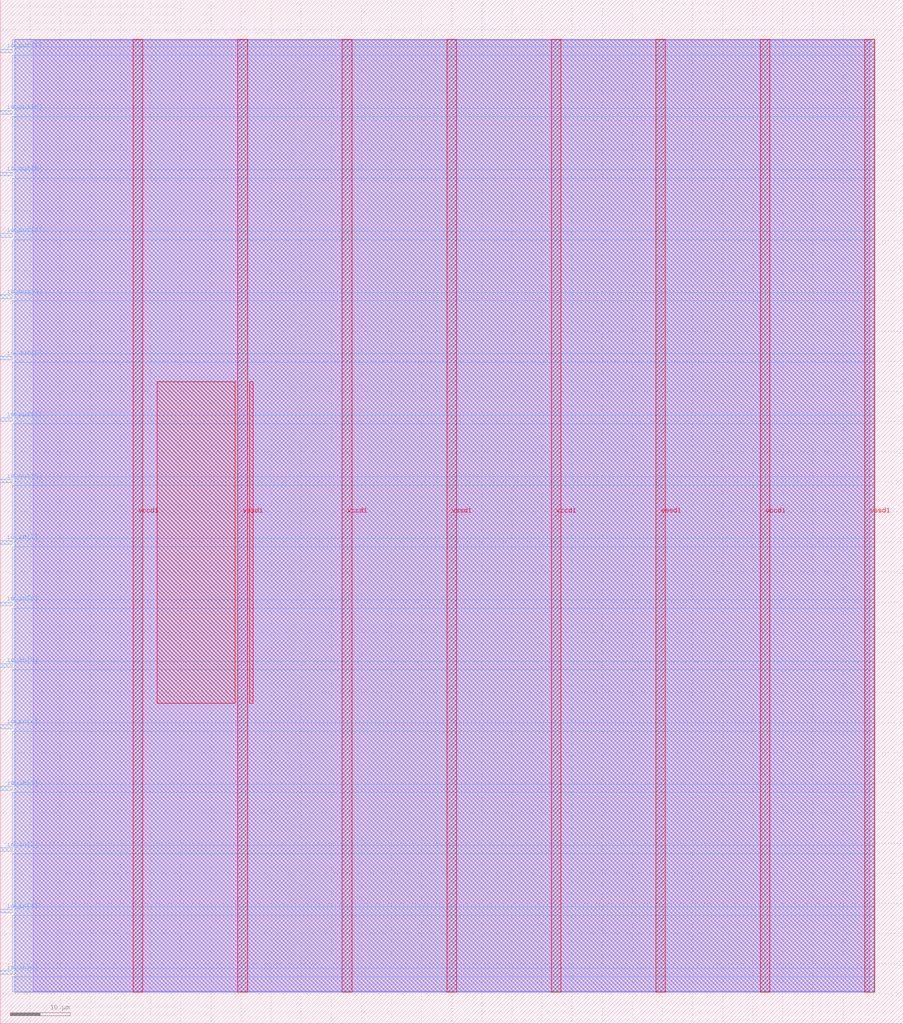
<source format=lef>
VERSION 5.7 ;
  NOWIREEXTENSIONATPIN ON ;
  DIVIDERCHAR "/" ;
  BUSBITCHARS "[]" ;
MACRO udxs_sqrt_top
  CLASS BLOCK ;
  FOREIGN udxs_sqrt_top ;
  ORIGIN 0.000 0.000 ;
  SIZE 150.000 BY 170.000 ;
  PIN io_in[0]
    DIRECTION INPUT ;
    USE SIGNAL ;
    PORT
      LAYER met3 ;
        RECT 0.000 8.200 2.000 8.800 ;
    END
  END io_in[0]
  PIN io_in[1]
    DIRECTION INPUT ;
    USE SIGNAL ;
    PORT
      LAYER met3 ;
        RECT 0.000 18.400 2.000 19.000 ;
    END
  END io_in[1]
  PIN io_in[2]
    DIRECTION INPUT ;
    USE SIGNAL ;
    PORT
      LAYER met3 ;
        RECT 0.000 28.600 2.000 29.200 ;
    END
  END io_in[2]
  PIN io_in[3]
    DIRECTION INPUT ;
    USE SIGNAL ;
    PORT
      LAYER met3 ;
        RECT 0.000 38.800 2.000 39.400 ;
    END
  END io_in[3]
  PIN io_in[4]
    DIRECTION INPUT ;
    USE SIGNAL ;
    PORT
      LAYER met3 ;
        RECT 0.000 49.000 2.000 49.600 ;
    END
  END io_in[4]
  PIN io_in[5]
    DIRECTION INPUT ;
    USE SIGNAL ;
    PORT
      LAYER met3 ;
        RECT 0.000 59.200 2.000 59.800 ;
    END
  END io_in[5]
  PIN io_in[6]
    DIRECTION INPUT ;
    USE SIGNAL ;
    PORT
      LAYER met3 ;
        RECT 0.000 69.400 2.000 70.000 ;
    END
  END io_in[6]
  PIN io_in[7]
    DIRECTION INPUT ;
    USE SIGNAL ;
    PORT
      LAYER met3 ;
        RECT 0.000 79.600 2.000 80.200 ;
    END
  END io_in[7]
  PIN io_out[0]
    DIRECTION OUTPUT TRISTATE ;
    USE SIGNAL ;
    PORT
      LAYER met3 ;
        RECT 0.000 89.800 2.000 90.400 ;
    END
  END io_out[0]
  PIN io_out[1]
    DIRECTION OUTPUT TRISTATE ;
    USE SIGNAL ;
    PORT
      LAYER met3 ;
        RECT 0.000 100.000 2.000 100.600 ;
    END
  END io_out[1]
  PIN io_out[2]
    DIRECTION OUTPUT TRISTATE ;
    USE SIGNAL ;
    PORT
      LAYER met3 ;
        RECT 0.000 110.200 2.000 110.800 ;
    END
  END io_out[2]
  PIN io_out[3]
    DIRECTION OUTPUT TRISTATE ;
    USE SIGNAL ;
    PORT
      LAYER met3 ;
        RECT 0.000 120.400 2.000 121.000 ;
    END
  END io_out[3]
  PIN io_out[4]
    DIRECTION OUTPUT TRISTATE ;
    USE SIGNAL ;
    PORT
      LAYER met3 ;
        RECT 0.000 130.600 2.000 131.200 ;
    END
  END io_out[4]
  PIN io_out[5]
    DIRECTION OUTPUT TRISTATE ;
    USE SIGNAL ;
    PORT
      LAYER met3 ;
        RECT 0.000 140.800 2.000 141.400 ;
    END
  END io_out[5]
  PIN io_out[6]
    DIRECTION OUTPUT TRISTATE ;
    USE SIGNAL ;
    PORT
      LAYER met3 ;
        RECT 0.000 151.000 2.000 151.600 ;
    END
  END io_out[6]
  PIN io_out[7]
    DIRECTION OUTPUT TRISTATE ;
    USE SIGNAL ;
    PORT
      LAYER met3 ;
        RECT 0.000 161.200 2.000 161.800 ;
    END
  END io_out[7]
  PIN vccd1
    DIRECTION INOUT ;
    USE POWER ;
    PORT
      LAYER met4 ;
        RECT 22.085 5.200 23.685 163.440 ;
    END
    PORT
      LAYER met4 ;
        RECT 56.815 5.200 58.415 163.440 ;
    END
    PORT
      LAYER met4 ;
        RECT 91.545 5.200 93.145 163.440 ;
    END
    PORT
      LAYER met4 ;
        RECT 126.275 5.200 127.875 163.440 ;
    END
  END vccd1
  PIN vssd1
    DIRECTION INOUT ;
    USE GROUND ;
    PORT
      LAYER met4 ;
        RECT 39.450 5.200 41.050 163.440 ;
    END
    PORT
      LAYER met4 ;
        RECT 74.180 5.200 75.780 163.440 ;
    END
    PORT
      LAYER met4 ;
        RECT 108.910 5.200 110.510 163.440 ;
    END
    PORT
      LAYER met4 ;
        RECT 143.640 5.200 145.240 163.440 ;
    END
  END vssd1
  OBS
      LAYER li1 ;
        RECT 5.520 5.355 144.440 163.285 ;
      LAYER met1 ;
        RECT 2.370 5.200 145.240 163.440 ;
      LAYER met2 ;
        RECT 2.390 5.255 145.210 163.385 ;
      LAYER met3 ;
        RECT 2.000 162.200 145.230 163.365 ;
        RECT 2.400 160.800 145.230 162.200 ;
        RECT 2.000 152.000 145.230 160.800 ;
        RECT 2.400 150.600 145.230 152.000 ;
        RECT 2.000 141.800 145.230 150.600 ;
        RECT 2.400 140.400 145.230 141.800 ;
        RECT 2.000 131.600 145.230 140.400 ;
        RECT 2.400 130.200 145.230 131.600 ;
        RECT 2.000 121.400 145.230 130.200 ;
        RECT 2.400 120.000 145.230 121.400 ;
        RECT 2.000 111.200 145.230 120.000 ;
        RECT 2.400 109.800 145.230 111.200 ;
        RECT 2.000 101.000 145.230 109.800 ;
        RECT 2.400 99.600 145.230 101.000 ;
        RECT 2.000 90.800 145.230 99.600 ;
        RECT 2.400 89.400 145.230 90.800 ;
        RECT 2.000 80.600 145.230 89.400 ;
        RECT 2.400 79.200 145.230 80.600 ;
        RECT 2.000 70.400 145.230 79.200 ;
        RECT 2.400 69.000 145.230 70.400 ;
        RECT 2.000 60.200 145.230 69.000 ;
        RECT 2.400 58.800 145.230 60.200 ;
        RECT 2.000 50.000 145.230 58.800 ;
        RECT 2.400 48.600 145.230 50.000 ;
        RECT 2.000 39.800 145.230 48.600 ;
        RECT 2.400 38.400 145.230 39.800 ;
        RECT 2.000 29.600 145.230 38.400 ;
        RECT 2.400 28.200 145.230 29.600 ;
        RECT 2.000 19.400 145.230 28.200 ;
        RECT 2.400 18.000 145.230 19.400 ;
        RECT 2.000 9.200 145.230 18.000 ;
        RECT 2.400 7.800 145.230 9.200 ;
        RECT 2.000 5.275 145.230 7.800 ;
      LAYER met4 ;
        RECT 26.055 53.215 39.050 106.585 ;
        RECT 41.450 53.215 42.025 106.585 ;
  END
END udxs_sqrt_top
END LIBRARY


</source>
